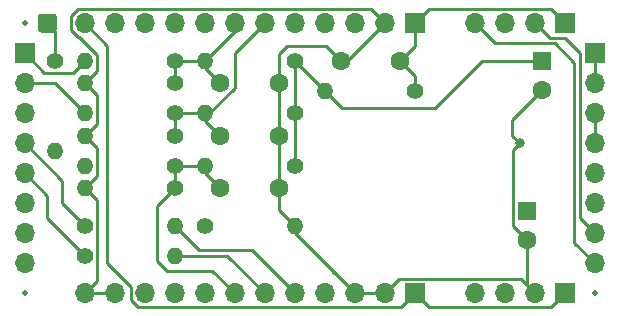
<source format=gtl>
G04 #@! TF.GenerationSoftware,KiCad,Pcbnew,(5.1.6-0-10_14)*
G04 #@! TF.CreationDate,2021-03-21T15:45:56+00:00*
G04 #@! TF.ProjectId,JuntetOnSteroidsTTGO,4a756e74-6574-44f6-9e53-7465726f6964,0.3*
G04 #@! TF.SameCoordinates,PX5faea10PY5734380*
G04 #@! TF.FileFunction,Copper,L1,Top*
G04 #@! TF.FilePolarity,Positive*
%FSLAX46Y46*%
G04 Gerber Fmt 4.6, Leading zero omitted, Abs format (unit mm)*
G04 Created by KiCad (PCBNEW (5.1.6-0-10_14)) date 2021-03-21 15:45:56*
%MOMM*%
%LPD*%
G01*
G04 APERTURE LIST*
G04 #@! TA.AperFunction,ComponentPad*
%ADD10R,1.700000X1.700000*%
G04 #@! TD*
G04 #@! TA.AperFunction,ComponentPad*
%ADD11O,1.700000X1.700000*%
G04 #@! TD*
G04 #@! TA.AperFunction,ComponentPad*
%ADD12O,1.400000X1.400000*%
G04 #@! TD*
G04 #@! TA.AperFunction,ComponentPad*
%ADD13C,1.400000*%
G04 #@! TD*
G04 #@! TA.AperFunction,SMDPad,CuDef*
%ADD14C,0.500000*%
G04 #@! TD*
G04 #@! TA.AperFunction,ComponentPad*
%ADD15C,1.600000*%
G04 #@! TD*
G04 #@! TA.AperFunction,ComponentPad*
%ADD16R,1.600000X1.600000*%
G04 #@! TD*
G04 #@! TA.AperFunction,ViaPad*
%ADD17C,0.800000*%
G04 #@! TD*
G04 #@! TA.AperFunction,Conductor*
%ADD18C,0.250000*%
G04 #@! TD*
G04 APERTURE END LIST*
G04 #@! TO.P,TP1,1*
G04 #@! TO.N,/Vin*
G04 #@! TA.AperFunction,ComponentPad*
G36*
G01*
X4280000Y25485000D02*
X4280000Y26585000D01*
G75*
G02*
X4530000Y26835000I250000J0D01*
G01*
X5630000Y26835000D01*
G75*
G02*
X5880000Y26585000I0J-250000D01*
G01*
X5880000Y25485000D01*
G75*
G02*
X5630000Y25235000I-250000J0D01*
G01*
X4530000Y25235000D01*
G75*
G02*
X4280000Y25485000I0J250000D01*
G01*
G37*
G04 #@! TD.AperFunction*
G04 #@! TD*
D10*
G04 #@! TO.P,J3,1*
G04 #@! TO.N,VCC*
X48895000Y26035000D03*
D11*
G04 #@! TO.P,J3,2*
G04 #@! TO.N,/TX*
X46355000Y26035000D03*
G04 #@! TO.P,J3,3*
G04 #@! TO.N,/GND*
X43815000Y26035000D03*
G04 #@! TO.P,J3,4*
G04 #@! TO.N,/RX*
X41275000Y26035000D03*
G04 #@! TD*
G04 #@! TO.P,J6,4*
G04 #@! TO.N,/SDA*
X41275000Y3175000D03*
G04 #@! TO.P,J6,3*
G04 #@! TO.N,/SCL*
X43815000Y3175000D03*
G04 #@! TO.P,J6,2*
G04 #@! TO.N,/GND*
X46355000Y3175000D03*
D10*
G04 #@! TO.P,J6,1*
G04 #@! TO.N,+3V3*
X48895000Y3175000D03*
G04 #@! TD*
D12*
G04 #@! TO.P,R6,2*
G04 #@! TO.N,/GND*
X26035000Y8890000D03*
D13*
G04 #@! TO.P,R6,1*
G04 #@! TO.N,Net-(JP2-Pad3)*
X18415000Y8890000D03*
G04 #@! TD*
D14*
G04 #@! TO.P,FID3,*
G04 #@! TO.N,*
X51435000Y3175000D03*
G04 #@! TD*
G04 #@! TO.P,FID2,*
G04 #@! TO.N,*
X3175000Y26035000D03*
G04 #@! TD*
G04 #@! TO.P,FID1,*
G04 #@! TO.N,*
X3175000Y3175000D03*
G04 #@! TD*
D15*
G04 #@! TO.P,C31,2*
G04 #@! TO.N,/GND*
X24685000Y12065000D03*
G04 #@! TO.P,C31,1*
G04 #@! TO.N,/ADC12*
X19685000Y12065000D03*
G04 #@! TD*
G04 #@! TO.P,C21,2*
G04 #@! TO.N,/GND*
X24685000Y16510000D03*
G04 #@! TO.P,C21,1*
G04 #@! TO.N,/ADC5*
X19685000Y16510000D03*
G04 #@! TD*
G04 #@! TO.P,C11,2*
G04 #@! TO.N,/GND*
X24685000Y20955000D03*
G04 #@! TO.P,C11,1*
G04 #@! TO.N,/ADC4*
X19685000Y20955000D03*
G04 #@! TD*
G04 #@! TO.P,C3,2*
G04 #@! TO.N,/GND*
X29925000Y22860000D03*
G04 #@! TO.P,C3,1*
G04 #@! TO.N,VCC*
X34925000Y22860000D03*
G04 #@! TD*
D12*
G04 #@! TO.P,R51,2*
G04 #@! TO.N,/GPIO15*
X15875000Y6350000D03*
D13*
G04 #@! TO.P,R51,1*
G04 #@! TO.N,/Vout_set*
X8255000Y6350000D03*
G04 #@! TD*
D12*
G04 #@! TO.P,R41,2*
G04 #@! TO.N,/GPIO13*
X15875000Y8890000D03*
D13*
G04 #@! TO.P,R41,1*
G04 #@! TO.N,/Iout_set*
X8255000Y8890000D03*
G04 #@! TD*
D12*
G04 #@! TO.P,R33,2*
G04 #@! TO.N,/ADC12*
X18415000Y13970000D03*
D13*
G04 #@! TO.P,R33,1*
G04 #@! TO.N,/ADC_pullup*
X26035000Y13970000D03*
G04 #@! TD*
D12*
G04 #@! TO.P,R32,2*
G04 #@! TO.N,/GND*
X8255000Y12065000D03*
D13*
G04 #@! TO.P,R32,1*
G04 #@! TO.N,/ADC12*
X15875000Y12065000D03*
G04 #@! TD*
D12*
G04 #@! TO.P,R31,2*
G04 #@! TO.N,Net-(JP3-Pad2)*
X8255000Y13970000D03*
D13*
G04 #@! TO.P,R31,1*
G04 #@! TO.N,/ADC12*
X15875000Y13970000D03*
G04 #@! TD*
D12*
G04 #@! TO.P,R23,2*
G04 #@! TO.N,/ADC5*
X18415000Y18415000D03*
D13*
G04 #@! TO.P,R23,1*
G04 #@! TO.N,/ADC_pullup*
X26035000Y18415000D03*
G04 #@! TD*
D12*
G04 #@! TO.P,R22,2*
G04 #@! TO.N,/GND*
X8255000Y16510000D03*
D13*
G04 #@! TO.P,R22,1*
G04 #@! TO.N,/ADC5*
X15875000Y16510000D03*
G04 #@! TD*
D12*
G04 #@! TO.P,R21,2*
G04 #@! TO.N,/Vout_sense*
X8255000Y18415000D03*
D13*
G04 #@! TO.P,R21,1*
G04 #@! TO.N,/ADC5*
X15875000Y18415000D03*
G04 #@! TD*
D12*
G04 #@! TO.P,R13,2*
G04 #@! TO.N,/ADC4*
X18415000Y22860000D03*
D13*
G04 #@! TO.P,R13,1*
G04 #@! TO.N,/ADC_pullup*
X26035000Y22860000D03*
G04 #@! TD*
D12*
G04 #@! TO.P,R12,2*
G04 #@! TO.N,/GND*
X8255000Y20955000D03*
D13*
G04 #@! TO.P,R12,1*
G04 #@! TO.N,/ADC4*
X15875000Y20955000D03*
G04 #@! TD*
D12*
G04 #@! TO.P,R11,2*
G04 #@! TO.N,/Iout_sense*
X8255000Y22860000D03*
D13*
G04 #@! TO.P,R11,1*
G04 #@! TO.N,/ADC4*
X15875000Y22860000D03*
G04 #@! TD*
D12*
G04 #@! TO.P,R34,2*
G04 #@! TO.N,Net-(JP3-Pad3)*
X5715000Y15240000D03*
D13*
G04 #@! TO.P,R34,1*
G04 #@! TO.N,/Vin*
X5715000Y22860000D03*
G04 #@! TD*
D12*
G04 #@! TO.P,R1,2*
G04 #@! TO.N,/ADC_pullup*
X28575000Y20320000D03*
D13*
G04 #@! TO.P,R1,1*
G04 #@! TO.N,VCC*
X36195000Y20320000D03*
G04 #@! TD*
D11*
G04 #@! TO.P,J5,12*
G04 #@! TO.N,/GND*
X8255000Y3175000D03*
G04 #@! TO.P,J5,11*
X10795000Y3175000D03*
G04 #@! TO.P,J5,10*
G04 #@! TO.N,/SDA*
X13335000Y3175000D03*
G04 #@! TO.P,J5,9*
G04 #@! TO.N,/SCL*
X15875000Y3175000D03*
G04 #@! TO.P,J5,8*
G04 #@! TO.N,Net-(J5-Pad8)*
X18415000Y3175000D03*
G04 #@! TO.P,J5,7*
G04 #@! TO.N,/ADC12*
X20955000Y3175000D03*
G04 #@! TO.P,J5,6*
G04 #@! TO.N,/GPIO15*
X23495000Y3175000D03*
G04 #@! TO.P,J5,5*
G04 #@! TO.N,/GPIO13*
X26035000Y3175000D03*
G04 #@! TO.P,J5,4*
G04 #@! TO.N,/FAN*
X28575000Y3175000D03*
G04 #@! TO.P,J5,3*
G04 #@! TO.N,/GND*
X31115000Y3175000D03*
G04 #@! TO.P,J5,2*
X33655000Y3175000D03*
D10*
G04 #@! TO.P,J5,1*
G04 #@! TO.N,+3V3*
X36195000Y3175000D03*
G04 #@! TD*
D11*
G04 #@! TO.P,J4,12*
G04 #@! TO.N,+3V3*
X8255000Y26035000D03*
G04 #@! TO.P,J4,11*
G04 #@! TO.N,Net-(J4-Pad11)*
X10795000Y26035000D03*
G04 #@! TO.P,J4,10*
G04 #@! TO.N,Net-(J4-Pad10)*
X13335000Y26035000D03*
G04 #@! TO.P,J4,9*
G04 #@! TO.N,Net-(J4-Pad9)*
X15875000Y26035000D03*
G04 #@! TO.P,J4,8*
G04 #@! TO.N,Net-(J4-Pad8)*
X18415000Y26035000D03*
G04 #@! TO.P,J4,7*
G04 #@! TO.N,/ADC4*
X20955000Y26035000D03*
G04 #@! TO.P,J4,6*
G04 #@! TO.N,/ADC5*
X23495000Y26035000D03*
G04 #@! TO.P,J4,5*
G04 #@! TO.N,Net-(J4-Pad5)*
X26035000Y26035000D03*
G04 #@! TO.P,J4,4*
G04 #@! TO.N,Net-(J4-Pad4)*
X28575000Y26035000D03*
G04 #@! TO.P,J4,3*
G04 #@! TO.N,/GPIO27*
X31115000Y26035000D03*
G04 #@! TO.P,J4,2*
G04 #@! TO.N,/GND*
X33655000Y26035000D03*
D10*
G04 #@! TO.P,J4,1*
G04 #@! TO.N,VCC*
X36195000Y26035000D03*
G04 #@! TD*
D11*
G04 #@! TO.P,J2,8*
G04 #@! TO.N,/RX*
X51435000Y5715000D03*
G04 #@! TO.P,J2,7*
G04 #@! TO.N,/TX*
X51435000Y8255000D03*
G04 #@! TO.P,J2,6*
G04 #@! TO.N,Net-(J2-Pad6)*
X51435000Y10795000D03*
G04 #@! TO.P,J2,5*
G04 #@! TO.N,VCC*
X51435000Y13335000D03*
G04 #@! TO.P,J2,4*
G04 #@! TO.N,GNDD*
X51435000Y15875000D03*
G04 #@! TO.P,J2,3*
X51435000Y18415000D03*
G04 #@! TO.P,J2,2*
G04 #@! TO.N,GNDA*
X51435000Y20955000D03*
D10*
G04 #@! TO.P,J2,1*
X51435000Y23495000D03*
G04 #@! TD*
D11*
G04 #@! TO.P,J1,8*
G04 #@! TO.N,Net-(J1-Pad8)*
X3175000Y5715000D03*
G04 #@! TO.P,J1,7*
G04 #@! TO.N,/FAN*
X3175000Y8255000D03*
G04 #@! TO.P,J1,6*
G04 #@! TO.N,/!ON*
X3175000Y10795000D03*
G04 #@! TO.P,J1,5*
G04 #@! TO.N,/Vout_set*
X3175000Y13335000D03*
G04 #@! TO.P,J1,4*
G04 #@! TO.N,/Iout_set*
X3175000Y15875000D03*
G04 #@! TO.P,J1,3*
G04 #@! TO.N,/Vin_sense*
X3175000Y18415000D03*
G04 #@! TO.P,J1,2*
G04 #@! TO.N,/Vout_sense*
X3175000Y20955000D03*
D10*
G04 #@! TO.P,J1,1*
G04 #@! TO.N,/Iout_sense*
X3175000Y23495000D03*
G04 #@! TD*
D15*
G04 #@! TO.P,C2,2*
G04 #@! TO.N,/GND*
X45720000Y7660000D03*
D16*
G04 #@! TO.P,C2,1*
G04 #@! TO.N,VCC*
X45720000Y10160000D03*
G04 #@! TD*
D15*
G04 #@! TO.P,C1,2*
G04 #@! TO.N,/GND*
X46990000Y20360000D03*
D16*
G04 #@! TO.P,C1,1*
G04 #@! TO.N,/ADC_pullup*
X46990000Y22860000D03*
G04 #@! TD*
D17*
G04 #@! TO.N,/GND*
X45085000Y15875000D03*
G04 #@! TD*
D18*
G04 #@! TO.N,/ADC_pullup*
X26035000Y18415000D02*
X26035000Y13970000D01*
X26035000Y18415000D02*
X26035000Y22860000D01*
X28575000Y20320000D02*
X26035000Y22860000D01*
X30050011Y18844989D02*
X37894989Y18844989D01*
X28575000Y20320000D02*
X30050011Y18844989D01*
X37894989Y18844989D02*
X41910000Y22860000D01*
X41910000Y22860000D02*
X46990000Y22860000D01*
G04 #@! TO.N,VCC*
X37370001Y27210001D02*
X36195000Y26035000D01*
X47719999Y27210001D02*
X37370001Y27210001D01*
X48895000Y26035000D02*
X47719999Y27210001D01*
X36195000Y24130000D02*
X34925000Y22860000D01*
X36195000Y26035000D02*
X36195000Y24130000D01*
X36195000Y21590000D02*
X34925000Y22860000D01*
X36195000Y20320000D02*
X36195000Y21590000D01*
G04 #@! TO.N,/ADC4*
X18415000Y22860000D02*
X15875000Y22860000D01*
X18415000Y22225000D02*
X19685000Y20955000D01*
X18415000Y22860000D02*
X18415000Y22225000D01*
X20955000Y25400000D02*
X20955000Y26035000D01*
X18415000Y22860000D02*
X20955000Y25400000D01*
X15875000Y22860000D02*
X15875000Y20955000D01*
G04 #@! TO.N,/ADC5*
X18415000Y18415000D02*
X15875000Y18415000D01*
X18415000Y17780000D02*
X19685000Y16510000D01*
X18415000Y18415000D02*
X18415000Y17780000D01*
X15875000Y18415000D02*
X15875000Y16510000D01*
X20955000Y20559998D02*
X18810002Y18415000D01*
X18810002Y18415000D02*
X18415000Y18415000D01*
X20955000Y23495000D02*
X20955000Y20559998D01*
X23495000Y26035000D02*
X20955000Y23495000D01*
G04 #@! TO.N,/ADC12*
X18415000Y13970000D02*
X15875000Y13970000D01*
X18415000Y13335000D02*
X19685000Y12065000D01*
X18415000Y13970000D02*
X18415000Y13335000D01*
X15875000Y13970000D02*
X15875000Y12065000D01*
X19050000Y5080000D02*
X20955000Y3175000D01*
X15240000Y5080000D02*
X19050000Y5080000D01*
X14399989Y5920011D02*
X15240000Y5080000D01*
X14399989Y10589989D02*
X14399989Y5920011D01*
X15875000Y12065000D02*
X14399989Y10589989D01*
G04 #@! TO.N,/Vout_set*
X8255000Y6350000D02*
X5080000Y9525000D01*
X5080000Y9525000D02*
X5080000Y11430000D01*
X5080000Y11430000D02*
X3175000Y13335000D01*
G04 #@! TO.N,/Iout_set*
X6350000Y12700000D02*
X3175000Y15875000D01*
X6350000Y10795000D02*
X6350000Y12700000D01*
X8255000Y8890000D02*
X6350000Y10795000D01*
G04 #@! TO.N,/Vout_sense*
X5715000Y20955000D02*
X3175000Y20955000D01*
X8255000Y18415000D02*
X5715000Y20955000D01*
G04 #@! TO.N,/Iout_sense*
X3810000Y22860000D02*
X3175000Y23495000D01*
X7229999Y21834999D02*
X8255000Y22860000D01*
X4835001Y21834999D02*
X7229999Y21834999D01*
X3175000Y23495000D02*
X4835001Y21834999D01*
G04 #@! TO.N,/RX*
X49714990Y22675010D02*
X49714990Y7435010D01*
X48075010Y24314990D02*
X49714990Y22675010D01*
X42995010Y24314990D02*
X48075010Y24314990D01*
X49714990Y7435010D02*
X51435000Y5715000D01*
X41275000Y26035000D02*
X42995010Y24314990D01*
G04 #@! TO.N,/TX*
X46355000Y26035000D02*
X47625000Y24765000D01*
X47625000Y24765000D02*
X48895000Y24765000D01*
X48895000Y24765000D02*
X50165000Y23495000D01*
X50165000Y9525000D02*
X51435000Y8255000D01*
X50165000Y23495000D02*
X50165000Y9525000D01*
G04 #@! TO.N,+3V3*
X35019999Y1999999D02*
X36195000Y3175000D01*
X12770999Y1999999D02*
X35019999Y1999999D01*
X47719999Y1999999D02*
X48895000Y3175000D01*
X37370001Y1999999D02*
X47719999Y1999999D01*
X36195000Y3175000D02*
X37370001Y1999999D01*
X10160000Y24130000D02*
X10160000Y5715000D01*
X8255000Y26035000D02*
X10160000Y24130000D01*
X12159999Y2610999D02*
X12770999Y1999999D01*
X12159999Y3715001D02*
X12159999Y2610999D01*
X10160000Y5715000D02*
X12159999Y3715001D01*
G04 #@! TO.N,/GPIO15*
X20320000Y6350000D02*
X23495000Y3175000D01*
X15875000Y6350000D02*
X20320000Y6350000D01*
G04 #@! TO.N,/Vin*
X5715000Y25400000D02*
X5080000Y26035000D01*
X5715000Y22860000D02*
X5715000Y25400000D01*
G04 #@! TO.N,GNDD*
X51435000Y15875000D02*
X51435000Y18415000D01*
G04 #@! TO.N,/GND*
X31115000Y3175000D02*
X33655000Y3175000D01*
X8255000Y3175000D02*
X10795000Y3175000D01*
X9280001Y17535001D02*
X8255000Y16510000D01*
X9280001Y19929999D02*
X9280001Y17535001D01*
X8255000Y20955000D02*
X9280001Y19929999D01*
X9280001Y15484999D02*
X9280001Y13090001D01*
X9280001Y13090001D02*
X8255000Y12065000D01*
X8255000Y16510000D02*
X9280001Y15484999D01*
X9280001Y4200001D02*
X8255000Y3175000D01*
X9280001Y11039999D02*
X9280001Y4200001D01*
X8255000Y12065000D02*
X9280001Y11039999D01*
X24685000Y20955000D02*
X24685000Y16510000D01*
X24685000Y16510000D02*
X24685000Y12065000D01*
X32479999Y27210001D02*
X33655000Y26035000D01*
X7690999Y27210001D02*
X32479999Y27210001D01*
X7690999Y24859999D02*
X7079999Y25470999D01*
X7079999Y25470999D02*
X7079999Y26599001D01*
X7772003Y24859999D02*
X7690999Y24859999D01*
X7079999Y26599001D02*
X7690999Y27210001D01*
X9280001Y23352001D02*
X7772003Y24859999D01*
X9280001Y21980001D02*
X9280001Y23352001D01*
X8255000Y20955000D02*
X9280001Y21980001D01*
X31115000Y3175000D02*
X29210000Y5080000D01*
X30480000Y22860000D02*
X29925000Y22860000D01*
X33655000Y26035000D02*
X30480000Y22860000D01*
X31750000Y24130000D02*
X33655000Y26035000D01*
X24685000Y23415000D02*
X25400000Y24130000D01*
X24685000Y20955000D02*
X24685000Y23415000D01*
X28655000Y24130000D02*
X25400000Y24130000D01*
X29925000Y22860000D02*
X28655000Y24130000D01*
X44450000Y17820000D02*
X46990000Y20360000D01*
X44450000Y16510000D02*
X44450000Y17820000D01*
X45085000Y15875000D02*
X44450000Y16510000D01*
X45085000Y15875000D02*
X44490000Y15280000D01*
X44490000Y8890000D02*
X44490000Y15280000D01*
X45720000Y7660000D02*
X44490000Y8890000D01*
X24685000Y10240000D02*
X26035000Y8890000D01*
X24685000Y12065000D02*
X24685000Y10240000D01*
X26035000Y8255000D02*
X26035000Y8890000D01*
X31115000Y3175000D02*
X26035000Y8255000D01*
X34830001Y4350001D02*
X33655000Y3175000D01*
X45179999Y4350001D02*
X34830001Y4350001D01*
X46355000Y3175000D02*
X45179999Y4350001D01*
X45720000Y3810000D02*
X46355000Y3175000D01*
X45720000Y7660000D02*
X45720000Y3810000D01*
G04 #@! TO.N,GNDA*
X51435000Y20955000D02*
X51435000Y23495000D01*
G04 #@! TO.N,/GPIO13*
X17964990Y6800010D02*
X15875000Y8890000D01*
X22409990Y6800010D02*
X17964990Y6800010D01*
X26035000Y3175000D02*
X22409990Y6800010D01*
G04 #@! TD*
M02*

</source>
